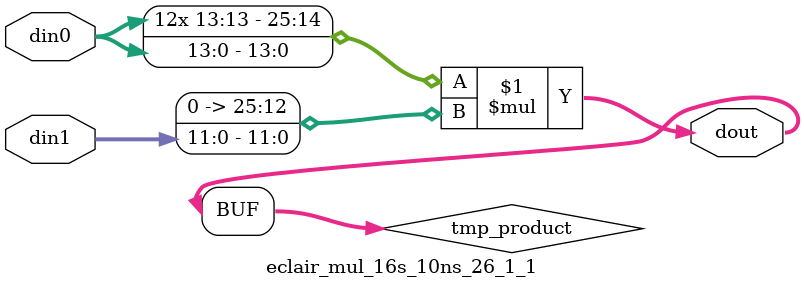
<source format=v>

`timescale 1 ns / 1 ps

 module eclair_mul_16s_10ns_26_1_1(din0, din1, dout);
parameter ID = 1;
parameter NUM_STAGE = 0;
parameter din0_WIDTH = 14;
parameter din1_WIDTH = 12;
parameter dout_WIDTH = 26;

input [din0_WIDTH - 1 : 0] din0; 
input [din1_WIDTH - 1 : 0] din1; 
output [dout_WIDTH - 1 : 0] dout;

wire signed [dout_WIDTH - 1 : 0] tmp_product;


























assign tmp_product = $signed(din0) * $signed({1'b0, din1});









assign dout = tmp_product;





















endmodule

</source>
